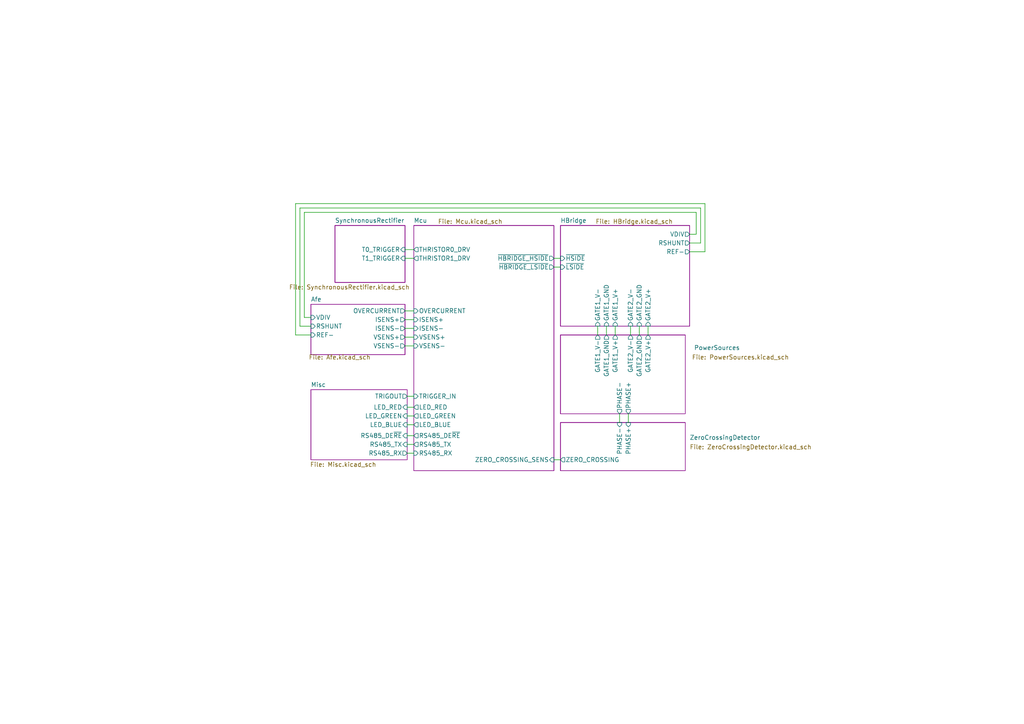
<source format=kicad_sch>
(kicad_sch (version 20200506) (host eeschema "5.99.0-unknown-1f9723c~101~ubuntu18.04.1")
  (page "A4")
  (lib_symbols)
  (wire (pts (xy 85.725 59.055) (xy 204.47 59.055)))
  (wire (pts (xy 85.725 97.155) (xy 85.725 59.055)))
  (wire (pts (xy 86.995 60.325) (xy 203.2 60.325)))
  (wire (pts (xy 86.995 94.615) (xy 86.995 60.325)))
  (wire (pts (xy 88.265 61.595) (xy 201.93 61.595)))
  (wire (pts (xy 88.265 92.075) (xy 88.265 61.595)))
  (wire (pts (xy 90.17 92.075) (xy 88.265 92.075)))
  (wire (pts (xy 90.17 94.615) (xy 86.995 94.615)))
  (wire (pts (xy 90.17 97.155) (xy 85.725 97.155)))
  (wire (pts (xy 117.475 72.39) (xy 120.015 72.39)))
  (wire (pts (xy 117.475 74.93) (xy 120.015 74.93)))
  (wire (pts (xy 117.475 90.17) (xy 120.015 90.17)))
  (wire (pts (xy 117.475 92.71) (xy 120.015 92.71)))
  (wire (pts (xy 117.475 95.25) (xy 120.015 95.25)))
  (wire (pts (xy 117.475 97.79) (xy 120.015 97.79)))
  (wire (pts (xy 117.475 100.33) (xy 120.015 100.33)))
  (wire (pts (xy 118.11 114.935) (xy 120.015 114.935)))
  (wire (pts (xy 118.11 118.11) (xy 120.015 118.11)))
  (wire (pts (xy 118.11 120.65) (xy 120.015 120.65)))
  (wire (pts (xy 118.11 123.19) (xy 120.015 123.19)))
  (wire (pts (xy 118.11 126.365) (xy 120.015 126.365)))
  (wire (pts (xy 118.11 128.905) (xy 120.015 128.905)))
  (wire (pts (xy 118.11 131.445) (xy 120.015 131.445)))
  (wire (pts (xy 160.655 74.93) (xy 162.56 74.93)))
  (wire (pts (xy 160.655 77.47) (xy 162.56 77.47)))
  (wire (pts (xy 160.655 133.35) (xy 162.56 133.35)))
  (wire (pts (xy 173.355 94.615) (xy 173.355 97.155)))
  (wire (pts (xy 175.895 94.615) (xy 175.895 97.155)))
  (wire (pts (xy 178.435 94.615) (xy 178.435 97.155)))
  (wire (pts (xy 179.705 120.015) (xy 179.705 122.555)))
  (wire (pts (xy 182.245 120.015) (xy 182.245 122.555)))
  (wire (pts (xy 182.88 94.615) (xy 182.88 97.155)))
  (wire (pts (xy 185.42 94.615) (xy 185.42 97.155)))
  (wire (pts (xy 187.96 94.615) (xy 187.96 97.155)))
  (wire (pts (xy 201.93 61.595) (xy 201.93 67.945)))
  (wire (pts (xy 201.93 67.945) (xy 200.025 67.945)))
  (wire (pts (xy 203.2 60.325) (xy 203.2 70.485)))
  (wire (pts (xy 203.2 70.485) (xy 200.025 70.485)))
  (wire (pts (xy 204.47 59.055) (xy 204.47 73.025)))
  (wire (pts (xy 204.47 73.025) (xy 200.025 73.025)))
  (sheet (at 90.17 88.265) (size 27.305 14.605) (stroke (width 0.152) (color 132 0 132 1)) (fill (color 255 255 255 0.0000))
    (property "Sheet name" "Afe" (at 90.17 87.554 0) (effects (justify left bottom)))
    (property "Sheet file" "Afe.kicad_sch" (at 89.535 102.87 0) (effects (justify left top)))
    (pin "OVERCURRENT" output (at 117.475 90.17 0))
    (pin "ISENS+" output (at 117.475 92.71 0))
    (pin "ISENS-" output (at 117.475 95.25 0))
    (pin "VSENS-" output (at 117.475 100.33 0))
    (pin "VSENS+" output (at 117.475 97.79 0))
    (pin "VDIV" input (at 90.17 92.075 180))
    (pin "RSHUNT" input (at 90.17 94.615 180))
    (pin "REF-" input (at 90.17 97.155 180))
  )
  (sheet (at 162.56 65.405) (size 37.465 29.21) (stroke (width 0.152) (color 132 0 132 1)) (fill (color 255 255 255 0.0000))
    (property "Sheet name" "HBridge" (at 162.56 64.6936 0) (effects (justify left bottom)))
    (property "Sheet file" "HBridge.kicad_sch" (at 172.72 63.5 0) (effects (justify left top)))
    (pin "GATE2_V-" input (at 182.88 94.615 270))
    (pin "GATE2_V+" input (at 187.96 94.615 270))
    (pin "GATE1_V-" input (at 173.355 94.615 270))
    (pin "GATE1_V+" input (at 178.435 94.615 270))
    (pin "GATE1_GND" input (at 175.895 94.615 270))
    (pin "GATE2_GND" input (at 185.42 94.615 270))
    (pin "~HSIDE" input (at 162.56 74.93 180))
    (pin "~LSIDE" input (at 162.56 77.47 180))
    (pin "RSHUNT" output (at 200.025 70.485 0))
    (pin "VDIV" output (at 200.025 67.945 0))
    (pin "REF-" output (at 200.025 73.025 0))
  )
  (sheet (at 120.015 65.405) (size 40.64 71.12) (stroke (width 0.152) (color 132 0 132 1)) (fill (color 255 255 255 0.0000))
    (property "Sheet name" "Mcu" (at 120.015 64.6936 0) (effects (justify left bottom)))
    (property "Sheet file" "Mcu.kicad_sch" (at 127 63.5 0) (effects (justify left top)))
    (pin "THRISTOR0_DRV" output (at 120.015 72.39 180))
    (pin "THRISTOR1_DRV" output (at 120.015 74.93 180))
    (pin "ZERO_CROSSING_SENS" input (at 160.655 133.35 0))
    (pin "OVERCURRENT" input (at 120.015 90.17 180))
    (pin "LED_BLUE" output (at 120.015 123.19 180))
    (pin "LED_RED" output (at 120.015 118.11 180))
    (pin "TRIGGER_IN" input (at 120.015 114.935 180))
    (pin "RS485_RX" input (at 120.015 131.445 180))
    (pin "RS485_TX" output (at 120.015 128.905 180))
    (pin "RS485_DE~RE" output (at 120.015 126.365 180))
    (pin "~HBRIDGE_HSIDE" output (at 160.655 74.93 0))
    (pin "~HBRIDGE_LSIDE" output (at 160.655 77.47 0))
    (pin "LED_GREEN" output (at 120.015 120.65 180))
    (pin "ISENS-" input (at 120.015 95.25 180))
    (pin "ISENS+" input (at 120.015 92.71 180))
    (pin "VSENS+" input (at 120.015 97.79 180))
    (pin "VSENS-" input (at 120.015 100.33 180))
  )
  (sheet (at 90.17 113.03) (size 27.94 20.32) (stroke (width 0.152) (color 132 0 132 1)) (fill (color 255 255 255 0.0000))
    (property "Sheet name" "Misc" (at 90.17 112.3186 0) (effects (justify left bottom)))
    (property "Sheet file" "Misc.kicad_sch" (at 89.916 133.985 0) (effects (justify left top)))
    (pin "LED_BLUE" input (at 118.11 123.19 0))
    (pin "LED_RED" input (at 118.11 118.11 0))
    (pin "TRIGOUT" output (at 118.11 114.935 0))
    (pin "RS485_DE~RE" input (at 118.11 126.365 0))
    (pin "RS485_TX" input (at 118.11 128.905 0))
    (pin "RS485_RX" output (at 118.11 131.445 0))
    (pin "LED_GREEN" input (at 118.11 120.65 0))
  )
  (sheet (at 162.56 97.155) (size 36.195 22.86) (stroke (width 0.152) (color 132 0 132 1)) (fill (color 255 255 255 0.0000))
    (property "Sheet name" "PowerSources" (at 201.295 101.6 0) (effects (justify left bottom)))
    (property "Sheet file" "PowerSources.kicad_sch" (at 200.66 102.87 0) (effects (justify left top)))
    (pin "GATE1_V+" output (at 178.435 97.155 90))
    (pin "GATE2_GND" output (at 185.42 97.155 90))
    (pin "GATE1_GND" output (at 175.895 97.155 90))
    (pin "GATE1_V-" output (at 173.355 97.155 90))
    (pin "GATE2_V+" output (at 187.96 97.155 90))
    (pin "GATE2_V-" output (at 182.88 97.155 90))
    (pin "PHASE+" output (at 182.245 120.015 270))
    (pin "PHASE-" output (at 179.705 120.015 270))
  )
  (sheet (at 97.155 65.405) (size 20.32 16.51) (stroke (width 0.152) (color 132 0 132 1)) (fill (color 255 255 255 0.0000))
    (property "Sheet name" "SynchronousRectifier" (at 97.155 64.694 0) (effects (justify left bottom)))
    (property "Sheet file" "SynchronousRectifier.kicad_sch" (at 83.82 82.55 0) (effects (justify left top)))
    (pin "T0_TRIGGER" input (at 117.475 72.39 0))
    (pin "T1_TRIGGER" input (at 117.475 74.93 0))
  )
  (sheet (at 162.56 122.555) (size 36.195 13.97) (stroke (width 0.152) (color 132 0 132 1)) (fill (color 255 255 255 0.0000))
    (property "Sheet name" "ZeroCrossingDetector" (at 200.025 127.635 0) (effects (justify left bottom)))
    (property "Sheet file" "ZeroCrossingDetector.kicad_sch" (at 200.025 128.905 0) (effects (justify left top)))
    (pin "ZERO_CROSSING" output (at 162.56 133.35 180))
    (pin "PHASE+" input (at 182.245 122.555 90))
    (pin "PHASE-" input (at 179.705 122.555 90))
  )
)
</source>
